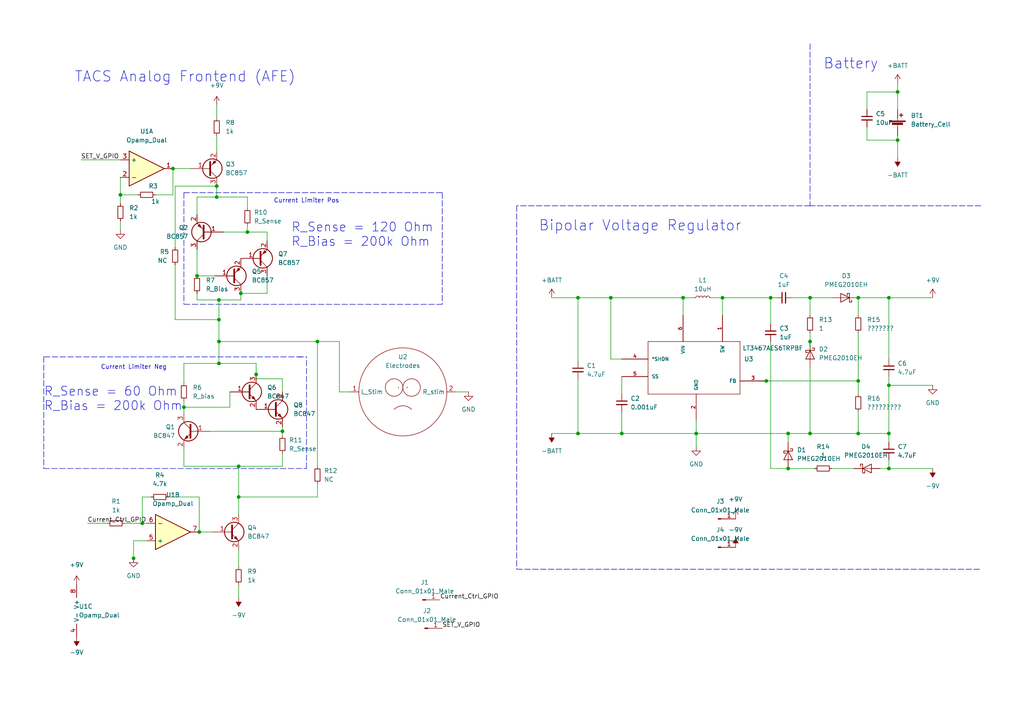
<source format=kicad_sch>
(kicad_sch (version 20211123) (generator eeschema)
  (paper "A4")
  (lib_symbols
    (symbol "Connector:Conn_01x01_Male" (pin_names (offset 1.016) hide)
      (property "Reference" "J" (at 0 2.54 0))
      (property "Value" "Conn_01x01_Male" (at 0 -2.54 0))
      (symbol "Conn_01x01_Male_1_1"
        (polyline (pts (xy 1.27 0) (xy 0.8636 0)) (stroke (width 0.1524)))
        (rectangle (start 0.8636 0.127) (end 0 -0.127) (stroke (width 0.1524)) (fill (type outline)))
        (pin passive line (at 5.08 0 180) (length 3.81) (name "Pin_1") (number "1"))
      )
    )
    (symbol "Device:Battery_Cell" (pin_numbers hide) (pin_names (offset 0) hide)
      (property "Reference" "BT" (at 2.54 2.54 0))
      (property "Value" "Battery_Cell" (at 2.54 0 0))
      (symbol "Battery_Cell_0_1"
        (rectangle (start -2.286 1.778) (end 2.286 1.524) (fill (type outline)))
        (rectangle (start -1.5748 1.1938) (end 1.4732 0.6858) (fill (type outline)))
        (polyline (pts (xy 0 0.762) (xy 0 0)))
        (polyline (pts (xy 0 1.778) (xy 0 2.54)))
        (polyline (pts (xy 0.508 3.429) (xy 1.524 3.429)) (stroke (width 0.254)))
        (polyline (pts (xy 1.016 3.937) (xy 1.016 2.921)) (stroke (width 0.254)))
      )
      (symbol "Battery_Cell_1_1"
        (pin passive line (at 0 5.08 270) (length 2.54) (name "+") (number "1"))
        (pin passive line (at 0 -2.54 90) (length 2.54) (name "-") (number "2"))
      )
    )
    (symbol "Device:C_Small" (pin_numbers hide) (pin_names (offset 0.254) hide)
      (property "Reference" "C" (at 0.254 1.778 0))
      (property "Value" "C_Small" (at 0.254 -2.032 0))
      (symbol "C_Small_0_1"
        (polyline (pts (xy -1.524 -0.508) (xy 1.524 -0.508)) (stroke (width 0.3302)))
        (polyline (pts (xy -1.524 0.508) (xy 1.524 0.508)) (stroke (width 0.3048)))
      )
      (symbol "C_Small_1_1"
        (pin passive line (at 0 2.54 270) (length 2.032) (name "~") (number "1"))
        (pin passive line (at 0 -2.54 90) (length 2.032) (name "~") (number "2"))
      )
    )
    (symbol "Device:L_Small" (pin_numbers hide) (pin_names (offset 0.254) hide)
      (property "Reference" "L" (at 0.762 1.016 0))
      (property "Value" "L_Small" (at 0.762 -1.016 0))
      (symbol "L_Small_0_1"
        (arc (start 0 -2.032) (mid 0.508 -1.524) (end 0 -1.016))
        (arc (start 0 -1.016) (mid 0.508 -0.508) (end 0 0))
        (arc (start 0 0) (mid 0.508 0.508) (end 0 1.016))
        (arc (start 0 1.016) (mid 0.508 1.524) (end 0 2.032))
      )
      (symbol "L_Small_1_1"
        (pin passive line (at 0 2.54 270) (length 0.508) (name "~") (number "1"))
        (pin passive line (at 0 -2.54 90) (length 0.508) (name "~") (number "2"))
      )
    )
    (symbol "Device:Opamp_Dual"
      (property "Reference" "U" (at 0 5.08 0))
      (property "Value" "Opamp_Dual" (at 0 -5.08 0))
      (symbol "Opamp_Dual_1_1"
        (polyline (pts (xy -5.08 5.08) (xy 5.08 0) (xy -5.08 -5.08) (xy -5.08 5.08)) (stroke (width 0.254)) (fill (type background)))
        (pin output line (at 7.62 0 180) (length 2.54) (name "~") (number "1"))
        (pin input line (at -7.62 -2.54 0) (length 2.54) (name "-") (number "2"))
        (pin input line (at -7.62 2.54 0) (length 2.54) (name "+") (number "3"))
      )
      (symbol "Opamp_Dual_2_1"
        (polyline (pts (xy -5.08 5.08) (xy 5.08 0) (xy -5.08 -5.08) (xy -5.08 5.08)) (stroke (width 0.254)) (fill (type background)))
        (pin input line (at -7.62 2.54 0) (length 2.54) (name "+") (number "5"))
        (pin input line (at -7.62 -2.54 0) (length 2.54) (name "-") (number "6"))
        (pin output line (at 7.62 0 180) (length 2.54) (name "~") (number "7"))
      )
      (symbol "Opamp_Dual_3_1"
        (pin power_in line (at -2.54 -7.62 90) (length 3.81) (name "V-") (number "4"))
        (pin power_in line (at -2.54 7.62 270) (length 3.81) (name "V+") (number "8"))
      )
    )
    (symbol "Device:R_Small" (pin_numbers hide) (pin_names (offset 0.254) hide)
      (property "Reference" "R" (at 0.762 0.508 0))
      (property "Value" "R_Small" (at 0.762 -1.016 0))
      (symbol "R_Small_0_1"
        (rectangle (start -0.762 1.778) (end 0.762 -1.778) (stroke (width 0.2032)))
      )
      (symbol "R_Small_1_1"
        (pin passive line (at 0 2.54 270) (length 0.762) (name "~") (number "1"))
        (pin passive line (at 0 -2.54 90) (length 0.762) (name "~") (number "2"))
      )
    )
    (symbol "Diode:PMEG2010EH" (pin_numbers hide) (pin_names hide)
      (property "Reference" "D" (at 0 2.54 0))
      (property "Value" "PMEG2010EH" (at 0 -2.54 0))
      (symbol "PMEG2010EH_0_1"
        (polyline (pts (xy 1.27 0) (xy -1.27 0)))
        (polyline (pts (xy 1.27 1.27) (xy 1.27 -1.27) (xy -1.27 0) (xy 1.27 1.27)) (stroke (width 0.2032)))
        (polyline (pts (xy -1.905 0.635) (xy -1.905 1.27) (xy -1.27 1.27) (xy -1.27 -1.27) (xy -0.635 -1.27) (xy -0.635 -0.635)) (stroke (width 0.2032)))
      )
      (symbol "PMEG2010EH_1_1"
        (pin passive line (at -3.81 0 0) (length 2.54) (name "K") (number "1"))
        (pin passive line (at 3.81 0 180) (length 2.54) (name "A") (number "2"))
      )
    )
    (symbol "LT3467AES6TRPBF:LT3467AES6TRPBF" (pin_names (offset 1.016))
      (property "Reference" "U" (at 25.7556 9.1186 0))
      (property "Value" "LT3467AES6TRPBF" (at 22.86 16.51 0))
      (symbol "LT3467AES6TRPBF_0_0"
        (polyline (pts (xy 7.62 -10.16) (xy 34.29 -10.16)) (stroke (width 0.1524)))
        (polyline (pts (xy 7.62 5.08) (xy 7.62 -10.16)) (stroke (width 0.1524)))
        (polyline (pts (xy 34.29 -10.16) (xy 34.29 5.08)) (stroke (width 0.1524)))
        (polyline (pts (xy 34.29 5.08) (xy 7.62 5.08)) (stroke (width 0.1524)))
        (pin passive line (at 29.21 12.7 270) (length 7.62) (name "SW") (number "1"))
        (pin power_in line (at 21.59 -17.78 90) (length 7.62) (name "GND") (number "2"))
        (pin passive line (at 41.91 -6.35 180) (length 7.62) (name "FB") (number "3"))
        (pin passive line (at 0 0 0) (length 7.62) (name "*SHDN") (number "4"))
        (pin passive line (at 0 -5.08 0) (length 7.62) (name "SS") (number "5"))
        (pin input line (at 17.78 12.7 270) (length 7.62) (name "VIN") (number "6"))
      )
    )
    (symbol "TACS:Electrodes"
      (property "Reference" "U" (at 11.43 8.89 0))
      (property "Value" "Electrodes" (at 1.27 -15.24 0))
      (symbol "Electrodes_0_1"
        (circle (center -2.54 1.27) (radius 2.54))
        (circle (center -1.27 1.27) (radius 0.0001))
        (circle (center 0 0) (radius 12.7633))
        (circle (center 1.27 1.27) (radius 0.0001))
        (arc (start 2.54 -5.08) (mid 0 1.0521) (end -2.54 -5.08))
        (circle (center 2.54 1.27) (radius 2.54))
      )
      (symbol "Electrodes_1_1"
        (pin bidirectional line (at -15.24 0 0) (length 2.54) (name "L_Stim") (number "1"))
        (pin input line (at 15.24 0 180) (length 2.54) (name "R_stim") (number "2"))
      )
    )
    (symbol "Transistor_BJT:BC847" (pin_names (offset 0) hide)
      (property "Reference" "Q" (at 5.08 1.905 0))
      (property "Value" "BC847" (at 5.08 0 0))
      (symbol "BC847_0_1"
        (polyline (pts (xy 0.635 0.635) (xy 2.54 2.54)))
        (polyline (pts (xy 0.635 -0.635) (xy 2.54 -2.54) (xy 2.54 -2.54)))
        (polyline (pts (xy 0.635 1.905) (xy 0.635 -1.905) (xy 0.635 -1.905)) (stroke (width 0.508)))
        (polyline (pts (xy 1.27 -1.778) (xy 1.778 -1.27) (xy 2.286 -2.286) (xy 1.27 -1.778) (xy 1.27 -1.778)) (fill (type outline)))
        (circle (center 1.27 0) (radius 2.8194) (stroke (width 0.254)))
      )
      (symbol "BC847_1_1"
        (pin input line (at -5.08 0 0) (length 5.715) (name "B") (number "1"))
        (pin passive line (at 2.54 -5.08 90) (length 2.54) (name "E") (number "2"))
        (pin passive line (at 2.54 5.08 270) (length 2.54) (name "C") (number "3"))
      )
    )
    (symbol "Transistor_BJT:BC857" (pin_names (offset 0) hide)
      (property "Reference" "Q" (at 5.08 1.905 0))
      (property "Value" "BC857" (at 5.08 0 0))
      (symbol "BC857_0_1"
        (polyline (pts (xy 0.635 0.635) (xy 2.54 2.54)))
        (polyline (pts (xy 0.635 -0.635) (xy 2.54 -2.54) (xy 2.54 -2.54)))
        (polyline (pts (xy 0.635 1.905) (xy 0.635 -1.905) (xy 0.635 -1.905)) (stroke (width 0.508)))
        (polyline (pts (xy 2.286 -1.778) (xy 1.778 -2.286) (xy 1.27 -1.27) (xy 2.286 -1.778) (xy 2.286 -1.778)) (fill (type outline)))
        (circle (center 1.27 0) (radius 2.8194) (stroke (width 0.254)))
      )
      (symbol "BC857_1_1"
        (pin input line (at -5.08 0 0) (length 5.715) (name "B") (number "1"))
        (pin passive line (at 2.54 -5.08 90) (length 2.54) (name "E") (number "2"))
        (pin passive line (at 2.54 5.08 270) (length 2.54) (name "C") (number "3"))
      )
    )
    (symbol "power:+9V" (power) (pin_names (offset 0))
      (property "Value" "+9V" (at 0 3.556 0))
      (symbol "+9V_0_1"
        (polyline (pts (xy -0.762 1.27) (xy 0 2.54)))
        (polyline (pts (xy 0 0) (xy 0 2.54)))
        (polyline (pts (xy 0 2.54) (xy 0.762 1.27)))
      )
      (symbol "+9V_1_1"
        (pin power_in line (at 0 0 90) (length 0) hide (name "+9V") (number "1"))
      )
    )
    (symbol "power:+BATT" (power) (pin_names (offset 0))
      (property "Value" "+BATT" (at 0 3.556 0))
      (symbol "+BATT_0_1"
        (polyline (pts (xy -0.762 1.27) (xy 0 2.54)))
        (polyline (pts (xy 0 0) (xy 0 2.54)))
        (polyline (pts (xy 0 2.54) (xy 0.762 1.27)))
      )
      (symbol "+BATT_1_1"
        (pin power_in line (at 0 0 90) (length 0) hide (name "+BATT") (number "1"))
      )
    )
    (symbol "power:-9V" (power) (pin_names (offset 0))
      (property "Value" "-9V" (at 0 3.81 0))
      (symbol "-9V_0_1"
        (polyline (pts (xy 0 0) (xy 0 2.54)))
        (polyline (pts (xy 0.762 1.27) (xy -0.762 1.27) (xy 0 2.54) (xy 0.762 1.27)) (fill (type outline)))
      )
      (symbol "-9V_1_1"
        (pin power_in line (at 0 0 90) (length 0) hide (name "-9V") (number "1"))
      )
    )
    (symbol "power:-BATT" (power) (pin_names (offset 0))
      (property "Value" "-BATT" (at 0 3.556 0))
      (symbol "-BATT_0_1"
        (polyline (pts (xy 0 0) (xy 0 2.54)))
        (polyline (pts (xy 0.762 1.27) (xy -0.762 1.27) (xy 0 2.54) (xy 0.762 1.27)) (fill (type outline)))
      )
      (symbol "-BATT_1_1"
        (pin power_in line (at 0 0 90) (length 0) hide (name "-BATT") (number "1"))
      )
    )
    (symbol "power:GND" (power) (pin_names (offset 0))
      (property "Value" "GND" (at 0 -3.81 0))
      (symbol "GND_0_1"
        (polyline (pts (xy 0 0) (xy 0 -1.27) (xy 1.27 -1.27) (xy 0 -2.54) (xy -1.27 -1.27) (xy 0 -1.27)))
      )
      (symbol "GND_1_1"
        (pin power_in line (at 0 0 270) (length 0) hide (name "GND") (number "1"))
      )
    )
  )
  (junction (at 69.215 135.255))
  (junction (at 260.35 40.64))
  (junction (at 201.93 125.73))
  (junction (at 63.5 86.995))
  (junction (at 81.915 125.095))
  (junction (at 41.275 151.765))
  (junction (at 38.735 161.925))
  (junction (at 228.6 125.73))
  (junction (at 180.34 125.73))
  (junction (at 257.81 111.76))
  (junction (at 260.35 26.67))
  (junction (at 63.5 105.41))
  (junction (at 234.95 99.06))
  (junction (at 62.865 53.975))
  (junction (at 167.64 125.73))
  (junction (at 62.865 57.15))
  (junction (at 198.12 86.36))
  (junction (at 92.075 99.06))
  (junction (at 34.925 56.515))
  (junction (at 177.165 86.36))
  (junction (at 228.6 135.89))
  (junction (at 209.55 86.36))
  (junction (at 69.85 85.09))
  (junction (at 63.5 99.06))
  (junction (at 248.92 86.36))
  (junction (at 167.64 86.36))
  (junction (at 248.92 110.49))
  (junction (at 223.52 86.36))
  (junction (at 234.95 86.36))
  (junction (at 222.25 110.49))
  (junction (at 71.755 67.31))
  (junction (at 69.215 144.145))
  (junction (at 74.295 108.585))
  (junction (at 63.5 92.71))
  (junction (at 57.785 154.305))
  (junction (at 257.81 125.73))
  (junction (at 53.34 118.11))
  (junction (at 248.92 125.73))
  (junction (at 57.15 80.01))
  (junction (at 50.165 48.895))
  (junction (at 257.81 135.89))
  (junction (at 257.81 86.36))
  (junction (at 234.95 125.73))
  (wire (pts (xy 198.12 86.36) (xy 201.295 86.36)))
  (wire (pts (xy 201.93 121.92) (xy 201.93 125.73)))
  (wire (pts (xy 57.15 57.15) (xy 57.15 62.23)))
  (wire (pts (xy 50.165 48.895) (xy 50.165 56.515)))
  (polyline (pts (xy 128.27 55.88) (xy 128.27 88.265)))
  (wire (pts (xy 69.215 169.545) (xy 69.215 173.355)))
  (wire (pts (xy 248.92 86.36) (xy 257.81 86.36)))
  (wire (pts (xy 69.215 144.145) (xy 92.075 144.145)))
  (wire (pts (xy 71.755 60.325) (xy 71.755 57.15)))
  (wire (pts (xy 38.735 156.845) (xy 38.735 161.925)))
  (wire (pts (xy 25.4 151.765) (xy 31.115 151.765)))
  (wire (pts (xy 74.295 105.41) (xy 74.295 108.585)))
  (wire (pts (xy 167.64 109.855) (xy 167.64 125.73)))
  (wire (pts (xy 92.075 99.06) (xy 92.075 135.255)))
  (wire (pts (xy 50.8 71.755) (xy 50.8 53.975)))
  (wire (pts (xy 71.755 67.31) (xy 77.47 67.31)))
  (wire (pts (xy 234.95 106.68) (xy 234.95 125.73)))
  (wire (pts (xy 40.005 56.515) (xy 34.925 56.515)))
  (wire (pts (xy 57.785 154.305) (xy 61.595 154.305)))
  (wire (pts (xy 241.3 135.89) (xy 247.65 135.89)))
  (wire (pts (xy 260.35 26.67) (xy 260.35 31.75)))
  (wire (pts (xy 69.215 144.145) (xy 69.215 149.225)))
  (wire (pts (xy 234.95 86.36) (xy 241.3 86.36)))
  (wire (pts (xy 206.375 86.36) (xy 209.55 86.36)))
  (wire (pts (xy 209.55 86.36) (xy 223.52 86.36)))
  (wire (pts (xy 69.215 135.255) (xy 69.215 144.145)))
  (wire (pts (xy 198.12 86.36) (xy 177.165 86.36)))
  (wire (pts (xy 81.915 113.665) (xy 81.915 109.855)))
  (wire (pts (xy 223.52 86.36) (xy 224.79 86.36)))
  (wire (pts (xy 57.15 57.15) (xy 62.865 57.15)))
  (wire (pts (xy 53.34 105.41) (xy 63.5 105.41)))
  (wire (pts (xy 69.215 159.385) (xy 69.215 164.465)))
  (wire (pts (xy 228.6 125.73) (xy 234.95 125.73)))
  (wire (pts (xy 77.47 67.31) (xy 77.47 69.85)))
  (wire (pts (xy 223.52 135.89) (xy 228.6 135.89)))
  (wire (pts (xy 38.735 161.925) (xy 38.735 163.195)))
  (wire (pts (xy 180.34 119.38) (xy 180.34 125.73)))
  (wire (pts (xy 248.92 96.52) (xy 248.92 110.49)))
  (wire (pts (xy 57.15 86.995) (xy 63.5 86.995)))
  (wire (pts (xy 63.5 99.06) (xy 63.5 105.41)))
  (wire (pts (xy 50.8 76.835) (xy 50.8 92.71)))
  (wire (pts (xy 201.93 125.73) (xy 201.93 129.54)))
  (polyline (pts (xy 284.48 59.69) (xy 234.95 59.69)))
  (polyline (pts (xy 87.63 103.505) (xy 12.7 103.505)))
  (polyline (pts (xy 12.7 135.89) (xy 88.9 135.89)))
  (polyline (pts (xy 149.86 165.1) (xy 284.48 165.1)))
  (wire (pts (xy 228.6 135.89) (xy 236.22 135.89)))
  (wire (pts (xy 201.93 125.73) (xy 180.34 125.73)))
  (polyline (pts (xy 149.86 59.69) (xy 149.86 165.1)))
  (wire (pts (xy 248.92 86.36) (xy 248.92 91.44)))
  (wire (pts (xy 57.15 72.39) (xy 57.15 80.01)))
  (wire (pts (xy 223.52 99.06) (xy 223.52 135.89)))
  (wire (pts (xy 71.755 65.405) (xy 71.755 67.31)))
  (wire (pts (xy 81.915 109.855) (xy 74.295 109.855)))
  (wire (pts (xy 219.71 110.49) (xy 222.25 110.49)))
  (wire (pts (xy 64.77 67.31) (xy 71.755 67.31)))
  (wire (pts (xy 63.5 86.995) (xy 69.85 86.995)))
  (wire (pts (xy 248.92 119.38) (xy 248.92 125.73)))
  (wire (pts (xy 63.5 92.71) (xy 63.5 99.06)))
  (wire (pts (xy 77.47 85.09) (xy 69.85 85.09)))
  (wire (pts (xy 270.51 111.76) (xy 257.81 111.76)))
  (wire (pts (xy 66.675 118.11) (xy 66.675 113.665)))
  (wire (pts (xy 260.35 26.67) (xy 251.46 26.67)))
  (wire (pts (xy 81.915 135.255) (xy 81.915 131.445)))
  (wire (pts (xy 248.92 125.73) (xy 257.81 125.73)))
  (wire (pts (xy 34.925 56.515) (xy 34.925 59.055)))
  (wire (pts (xy 209.55 86.36) (xy 209.55 91.44)))
  (wire (pts (xy 132.08 113.665) (xy 135.89 113.665)))
  (wire (pts (xy 57.785 144.145) (xy 57.785 154.305)))
  (wire (pts (xy 257.81 135.89) (xy 270.51 135.89)))
  (wire (pts (xy 50.165 56.515) (xy 45.085 56.515)))
  (polyline (pts (xy 53.34 55.88) (xy 53.34 88.265)))
  (wire (pts (xy 229.87 86.36) (xy 234.95 86.36)))
  (wire (pts (xy 62.865 39.37) (xy 62.865 43.815)))
  (wire (pts (xy 63.5 86.995) (xy 63.5 92.71)))
  (wire (pts (xy 222.25 110.49) (xy 248.92 110.49)))
  (wire (pts (xy 81.915 125.095) (xy 60.96 125.095)))
  (wire (pts (xy 69.85 85.09) (xy 69.85 86.995)))
  (polyline (pts (xy 12.7 103.505) (xy 12.7 135.89)))
  (wire (pts (xy 62.865 57.15) (xy 71.755 57.15)))
  (wire (pts (xy 257.81 133.35) (xy 257.81 135.89)))
  (wire (pts (xy 92.075 99.06) (xy 98.425 99.06)))
  (wire (pts (xy 234.95 96.52) (xy 234.95 99.06)))
  (polyline (pts (xy 53.34 55.88) (xy 128.27 55.88)))
  (wire (pts (xy 41.275 144.145) (xy 43.815 144.145)))
  (wire (pts (xy 260.35 24.13) (xy 260.35 26.67)))
  (wire (pts (xy 257.81 125.73) (xy 257.81 128.27)))
  (wire (pts (xy 251.46 40.64) (xy 260.35 40.64)))
  (wire (pts (xy 53.34 116.205) (xy 53.34 118.11)))
  (wire (pts (xy 50.8 92.71) (xy 63.5 92.71)))
  (wire (pts (xy 41.275 151.765) (xy 41.275 144.145)))
  (wire (pts (xy 53.34 118.11) (xy 53.34 120.015)))
  (wire (pts (xy 53.34 111.125) (xy 53.34 105.41)))
  (wire (pts (xy 92.075 140.335) (xy 92.075 144.145)))
  (wire (pts (xy 53.34 130.175) (xy 53.34 135.255)))
  (polyline (pts (xy 234.95 12.7) (xy 234.95 59.69)))
  (wire (pts (xy 160.02 86.36) (xy 167.64 86.36)))
  (wire (pts (xy 42.545 156.845) (xy 38.735 156.845)))
  (wire (pts (xy 260.35 39.37) (xy 260.35 40.64)))
  (wire (pts (xy 81.915 125.095) (xy 81.915 126.365)))
  (wire (pts (xy 201.93 125.73) (xy 228.6 125.73)))
  (wire (pts (xy 198.12 91.44) (xy 198.12 86.36)))
  (wire (pts (xy 74.295 105.41) (xy 63.5 105.41)))
  (wire (pts (xy 77.47 80.01) (xy 77.47 85.09)))
  (wire (pts (xy 251.46 36.83) (xy 251.46 40.64)))
  (wire (pts (xy 180.34 104.14) (xy 177.165 104.14)))
  (wire (pts (xy 234.95 86.36) (xy 234.95 91.44)))
  (wire (pts (xy 177.165 86.36) (xy 167.64 86.36)))
  (wire (pts (xy 98.425 113.665) (xy 101.6 113.665)))
  (wire (pts (xy 180.34 125.73) (xy 167.64 125.73)))
  (wire (pts (xy 74.295 108.585) (xy 74.295 109.855)))
  (polyline (pts (xy 234.95 59.69) (xy 149.86 59.69)))
  (wire (pts (xy 50.165 48.895) (xy 55.245 48.895)))
  (wire (pts (xy 53.34 118.11) (xy 66.675 118.11)))
  (wire (pts (xy 48.895 144.145) (xy 57.785 144.145)))
  (wire (pts (xy 257.81 109.22) (xy 257.81 111.76)))
  (wire (pts (xy 180.34 109.22) (xy 180.34 114.3)))
  (wire (pts (xy 257.81 86.36) (xy 270.51 86.36)))
  (wire (pts (xy 57.15 86.995) (xy 57.15 85.09)))
  (wire (pts (xy 53.34 135.255) (xy 69.215 135.255)))
  (polyline (pts (xy 86.36 103.505) (xy 88.9 103.505)))
  (wire (pts (xy 257.81 111.76) (xy 257.81 125.73)))
  (polyline (pts (xy 128.27 88.265) (xy 53.34 88.265)))
  (wire (pts (xy 228.6 125.73) (xy 228.6 128.27)))
  (wire (pts (xy 160.02 125.73) (xy 167.64 125.73)))
  (wire (pts (xy 260.35 40.64) (xy 260.35 45.72)))
  (wire (pts (xy 248.92 110.49) (xy 248.92 114.3)))
  (wire (pts (xy 34.925 56.515) (xy 34.925 51.435)))
  (wire (pts (xy 257.81 86.36) (xy 257.81 104.14)))
  (wire (pts (xy 41.275 151.765) (xy 42.545 151.765)))
  (wire (pts (xy 167.64 86.36) (xy 167.64 104.775)))
  (wire (pts (xy 255.27 135.89) (xy 257.81 135.89)))
  (wire (pts (xy 98.425 99.06) (xy 98.425 113.665)))
  (wire (pts (xy 81.915 123.825) (xy 81.915 125.095)))
  (wire (pts (xy 63.5 99.06) (xy 92.075 99.06)))
  (wire (pts (xy 223.52 93.98) (xy 223.52 86.36)))
  (wire (pts (xy 69.215 135.255) (xy 81.915 135.255)))
  (wire (pts (xy 62.865 53.975) (xy 62.865 57.15)))
  (wire (pts (xy 57.15 80.01) (xy 62.23 80.01)))
  (wire (pts (xy 23.495 46.355) (xy 34.925 46.355)))
  (wire (pts (xy 50.8 53.975) (xy 62.865 53.975)))
  (wire (pts (xy 234.95 99.06) (xy 234.95 101.6)))
  (wire (pts (xy 36.195 151.765) (xy 41.275 151.765)))
  (wire (pts (xy 62.865 30.48) (xy 62.865 34.29)))
  (polyline (pts (xy 88.9 135.89) (xy 88.9 103.505)))
  (wire (pts (xy 248.92 125.73) (xy 234.95 125.73)))
  (wire (pts (xy 34.925 64.135) (xy 34.925 66.675)))
  (wire (pts (xy 177.165 104.14) (xy 177.165 86.36)))
  (wire (pts (xy 251.46 26.67) (xy 251.46 31.75)))
  (text "TACS Analog Frontend (AFE)" (at 21.59 24.13 0) (effects (font (size 3 3)) (justify left bottom)))
  (text "Current Limiter Neg\n" (at 29.21 107.315 0) (effects (font (size 1.27 1.27)) (justify left bottom)))
  (text "R_Sense = 60 Ohm\nR_Bias = 200k Ohm\n" (at 12.7 119.38 0) (effects (font (size 2.6 2.6)) (justify left bottom)))
  (text "Battery" (at 238.76 20.32 0) (effects (font (size 3 3)) (justify left bottom)))
  (text "Bipolar Voltage Regulator" (at 156.21 67.31 0) (effects (font (size 3 3)) (justify left bottom)))
  (text "Current Limiter Pos\n" (at 79.375 59.055 0) (effects (font (size 1.27 1.27)) (justify left bottom)))
  (text "R_Sense = 120 Ohm\nR_Bias = 200k Ohm\n" (at 84.455 71.755 0) (effects (font (size 2.6 2.6)) (justify left bottom)))
  (label "Current_Ctrl_GPIO" (at 127.635 173.99 0))
  (label "Current_Ctrl_GPIO" (at 25.4 151.765 0))
  (label "SET_V_GPIO" (at 128.27 182.245 0))
  (label "SET_V_GPIO" (at 23.495 46.355 0))
  (symbol (lib_id "Connector:Conn_01x01_Male") (at 208.28 150.495 0) (unit 1)
    (property "Reference" "J3" (at 208.915 145.415 0))
    (property "Value" "Conn_01x01_Male" (at 208.915 147.955 0))
    (property "Footprint" "TestPoint:TestPoint_Pad_D2.0mm" (effects hide))
  )
  (symbol (lib_id "Transistor_BJT:BC857") (at 74.93 74.93 0) (mirror x) (unit 1)
    (property "Reference" "Q7" (at 80.645 73.6599 0) (effects (justify left)))
    (property "Value" "BC857" (at 80.645 76.1999 0) (effects (justify left)))
    (property "Footprint" "Package_TO_SOT_SMD:SOT-23" (effects hide))
    (property "Datasheet" "https://www.onsemi.com/pub/Collateral/BC860-D.pdf" (effects hide))
  )
  (symbol (lib_id "LT3467AES6TRPBF:LT3467AES6TRPBF") (at 180.34 104.14 0) (unit 1)
    (property "Reference" "U3" (at 217.17 104.14 0))
    (property "Value" "LT3467AES6TRPBF" (at 224.155 100.965 0))
    (property "Footprint" "Package_TO_SOT_SMD:SOT-23-6" (effects hide))
    (property "VENDOR" "Linear Technology" (effects hide))
    (property "MANUFACTURER_PART_NUMBER" "lt3467aes6#trpbf" (effects hide))
  )
  (symbol (lib_id "Diode:PMEG2010EH") (at 245.11 86.36 180) (unit 1)
    (property "Reference" "D3" (at 245.4275 80.01 0))
    (property "Value" "PMEG2010EH" (at 245.4275 82.55 0))
    (property "Footprint" "Diode_SMD:D_SOD-123F" (effects hide))
    (property "Datasheet" "https://assets.nexperia.com/documents/data-sheet/PMEG2010EH_EJ_ET.pdf" (effects hide))
  )
  (symbol (lib_id "power:+9V") (at 270.51 86.36 0) (unit 1)
    (property "Reference" "#PWR0107" (effects hide))
    (property "Value" "+9V" (at 270.51 81.28 0))
  )
  (symbol (lib_id "Device:R_Small") (at 50.8 74.295 0) (unit 1)
    (property "Reference" "R5" (at 46.355 73.025 0) (effects (justify left)))
    (property "Value" "NC" (at 45.72 75.565 0) (effects (justify left)))
    (property "Footprint" "Resistor_SMD:R_0805_2012Metric" (effects hide))
  )
  (symbol (lib_id "Device:R_Small") (at 69.215 167.005 0) (unit 1)
    (property "Reference" "R9" (at 71.755 165.7349 0) (effects (justify left)))
    (property "Value" "1k" (at 71.755 168.2749 0) (effects (justify left)))
    (property "Footprint" "Resistor_SMD:R_0402_1005Metric" (effects hide))
  )
  (symbol (lib_id "Transistor_BJT:BC847") (at 79.375 118.745 0) (unit 1)
    (property "Reference" "Q8" (at 85.09 117.4749 0) (effects (justify left)))
    (property "Value" "BC847" (at 85.09 120.0149 0) (effects (justify left)))
    (property "Footprint" "Package_TO_SOT_SMD:SOT-23" (effects hide))
    (property "Datasheet" "http://www.infineon.com/dgdl/Infineon-BC847SERIES_BC848SERIES_BC849SERIES_BC850SERIES-DS-v01_01-en.pdf?fileId=db3a304314dca389011541d4630a1657" (effects hide))
  )
  (symbol (lib_id "power:-9V") (at 213.36 158.75 0) (unit 1)
    (property "Reference" "#PWR04" (effects hide))
    (property "Value" "-9V" (at 213.36 153.67 0))
  )
  (symbol (lib_id "Transistor_BJT:BC857") (at 67.31 80.01 0) (mirror x) (unit 1)
    (property "Reference" "Q5" (at 73.025 78.7399 0) (effects (justify left)))
    (property "Value" "BC857" (at 73.025 81.2799 0) (effects (justify left)))
    (property "Footprint" "Package_TO_SOT_SMD:SOT-23" (effects hide))
    (property "Datasheet" "https://www.onsemi.com/pub/Collateral/BC860-D.pdf" (effects hide))
  )
  (symbol (lib_id "Device:R_Small") (at 92.075 137.795 0) (unit 1)
    (property "Reference" "R12" (at 93.98 136.5249 0) (effects (justify left)))
    (property "Value" "NC" (at 93.98 139.0649 0) (effects (justify left)))
    (property "Footprint" "Resistor_SMD:R_0805_2012Metric" (effects hide))
  )
  (symbol (lib_id "power:-9V") (at 270.51 135.89 180) (unit 1)
    (property "Reference" "#PWR0101" (effects hide))
    (property "Value" "-9V" (at 270.51 140.97 0))
  )
  (symbol (lib_id "power:+9V") (at 22.225 169.545 0) (unit 1)
    (property "Reference" "#PWR01" (effects hide))
    (property "Value" "+9V" (at 22.225 163.83 0))
  )
  (symbol (lib_id "TACS:Electrodes") (at 116.84 113.665 0) (unit 1)
    (property "Reference" "U2" (at 116.84 103.505 0))
    (property "Value" "Electrodes" (at 116.84 106.045 0))
    (property "Footprint" "TACS:Electrode_Solder_Pads" (effects hide))
  )
  (symbol (lib_id "power:GND") (at 201.93 129.54 0) (unit 1)
    (property "Reference" "#PWR0102" (effects hide))
    (property "Value" "GND" (at 201.93 134.62 0))
  )
  (symbol (lib_id "Transistor_BJT:BC857") (at 60.325 48.895 0) (mirror x) (unit 1)
    (property "Reference" "Q3" (at 65.405 47.6249 0) (effects (justify left)))
    (property "Value" "BC857" (at 65.405 50.1649 0) (effects (justify left)))
    (property "Footprint" "Package_TO_SOT_SMD:SOT-23" (effects hide))
    (property "Datasheet" "https://www.onsemi.com/pub/Collateral/BC860-D.pdf" (effects hide))
  )
  (symbol (lib_id "Device:C_Small") (at 251.46 34.29 0) (unit 1)
    (property "Reference" "C5" (at 254 33.0262 0) (effects (justify left)))
    (property "Value" "10uF" (at 254 35.5662 0) (effects (justify left)))
    (property "Footprint" "Capacitor_SMD:C_0603_1608Metric" (effects hide))
  )
  (symbol (lib_id "Device:Battery_Cell") (at 260.35 36.83 0) (unit 1)
    (property "Reference" "BT1" (at 264.16 33.5279 0) (effects (justify left)))
    (property "Value" "Battery_Cell" (at 264.16 36.0679 0) (effects (justify left)))
    (property "Footprint" "OpenSourceSmartGlasses:BatterySolderOn" (effects hide))
  )
  (symbol (lib_id "power:GND") (at 34.925 66.675 0) (unit 1)
    (property "Reference" "#PWR0109" (effects hide))
    (property "Value" "GND" (at 34.925 71.755 0))
  )
  (symbol (lib_id "Device:R_Small") (at 248.92 93.98 0) (unit 1)
    (property "Reference" "R15" (at 251.46 92.7099 0) (effects (justify left)))
    (property "Value" "???????" (at 251.46 95.2499 0) (effects (justify left)))
    (property "Footprint" "Resistor_SMD:R_0201_0603Metric_Pad0.64x0.40mm_HandSolder" (effects hide))
  )
  (symbol (lib_id "Transistor_BJT:BC847") (at 55.88 125.095 0) (mirror y) (unit 1)
    (property "Reference" "Q1" (at 50.8 123.8249 0) (effects (justify left)))
    (property "Value" "BC847" (at 50.8 126.3649 0) (effects (justify left)))
    (property "Footprint" "Package_TO_SOT_SMD:SOT-23" (effects hide))
    (property "Datasheet" "http://www.infineon.com/dgdl/Infineon-BC847SERIES_BC848SERIES_BC849SERIES_BC850SERIES-DS-v01_01-en.pdf?fileId=db3a304314dca389011541d4630a1657" (effects hide))
  )
  (symbol (lib_id "Device:R_Small") (at 57.15 82.55 0) (unit 1)
    (property "Reference" "R7" (at 59.69 81.2799 0) (effects (justify left)))
    (property "Value" "R_Bias" (at 59.69 83.8199 0) (effects (justify left)))
    (property "Footprint" "Resistor_SMD:R_0402_1005Metric" (effects hide))
  )
  (symbol (lib_id "Connector:Conn_01x01_Male") (at 208.28 158.75 0) (unit 1)
    (property "Reference" "J4" (at 208.915 153.67 0))
    (property "Value" "Conn_01x01_Male" (at 208.915 156.21 0))
    (property "Footprint" "TestPoint:TestPoint_Pad_D2.0mm" (effects hide))
  )
  (symbol (lib_id "power:+9V") (at 213.36 150.495 0) (unit 1)
    (property "Reference" "#PWR03" (effects hide))
    (property "Value" "+9V" (at 213.36 144.78 0))
  )
  (symbol (lib_id "Connector:Conn_01x01_Male") (at 123.19 182.245 0) (unit 1)
    (property "Reference" "J2" (at 123.825 177.165 0))
    (property "Value" "Conn_01x01_Male" (at 123.825 179.705 0))
    (property "Footprint" "TestPoint:TestPoint_Pad_D2.0mm" (effects hide))
  )
  (symbol (lib_id "power:+9V") (at 62.865 30.48 0) (unit 1)
    (property "Reference" "#PWR0108" (effects hide))
    (property "Value" "+9V" (at 62.865 24.765 0))
  )
  (symbol (lib_id "Device:R_Small") (at 81.915 128.905 0) (unit 1)
    (property "Reference" "R11" (at 83.82 127.6349 0) (effects (justify left)))
    (property "Value" "R_Sense" (at 83.82 130.1749 0) (effects (justify left)))
    (property "Footprint" "Resistor_SMD:R_0402_1005Metric" (effects hide))
  )
  (symbol (lib_id "Device:C_Small") (at 167.64 107.315 0) (unit 1)
    (property "Reference" "C1" (at 170.18 106.0512 0) (effects (justify left)))
    (property "Value" "4.7uF" (at 170.18 108.5912 0) (effects (justify left)))
    (property "Footprint" "Capacitor_SMD:C_0402_1005Metric" (effects hide))
  )
  (symbol (lib_id "Diode:PMEG2010EH") (at 228.6 132.08 270) (unit 1)
    (property "Reference" "D1" (at 231.14 130.4924 90) (effects (justify left)))
    (property "Value" "PMEG2010EH" (at 231.14 133.0324 90) (effects (justify left)))
    (property "Footprint" "Diode_SMD:D_SOD-123F" (effects hide))
    (property "Datasheet" "https://assets.nexperia.com/documents/data-sheet/PMEG2010EH_EJ_ET.pdf" (effects hide))
  )
  (symbol (lib_id "Device:R_Small") (at 42.545 56.515 90) (unit 1)
    (property "Reference" "R3" (at 44.45 53.975 90))
    (property "Value" "1k" (at 45.085 58.42 90))
    (property "Footprint" "Resistor_SMD:R_0402_1005Metric" (effects hide))
  )
  (symbol (lib_id "Device:R_Small") (at 238.76 135.89 270) (unit 1)
    (property "Reference" "R14" (at 238.76 129.54 90))
    (property "Value" "1" (at 238.76 132.08 90))
    (property "Footprint" "Resistor_SMD:R_0402_1005Metric" (effects hide))
  )
  (symbol (lib_id "Device:C_Small") (at 257.81 130.81 0) (unit 1)
    (property "Reference" "C7" (at 260.35 129.5462 0) (effects (justify left)))
    (property "Value" "4.7uF" (at 260.35 132.0862 0) (effects (justify left)))
    (property "Footprint" "Capacitor_SMD:C_0402_1005Metric" (effects hide))
  )
  (symbol (lib_id "Device:R_Small") (at 62.865 36.83 0) (unit 1)
    (property "Reference" "R8" (at 65.405 35.5599 0) (effects (justify left)))
    (property "Value" "1k" (at 65.405 38.0999 0) (effects (justify left)))
    (property "Footprint" "Resistor_SMD:R_0402_1005Metric" (effects hide))
  )
  (symbol (lib_id "power:+BATT") (at 260.35 24.13 0) (unit 1)
    (property "Reference" "#PWR0106" (effects hide))
    (property "Value" "+BATT" (at 260.35 19.05 0))
  )
  (symbol (lib_id "Device:R_Small") (at 34.925 61.595 0) (unit 1)
    (property "Reference" "R2" (at 37.465 60.3249 0) (effects (justify left)))
    (property "Value" "1k" (at 37.465 62.8649 0) (effects (justify left)))
    (property "Footprint" "Resistor_SMD:R_0402_1005Metric" (effects hide))
  )
  (symbol (lib_id "Device:C_Small") (at 257.81 106.68 0) (unit 1)
    (property "Reference" "C6" (at 260.35 105.4162 0) (effects (justify left)))
    (property "Value" "4.7uF" (at 260.35 107.9562 0) (effects (justify left)))
    (property "Footprint" "Capacitor_SMD:C_0402_1005Metric" (effects hide))
  )
  (symbol (lib_id "power:+BATT") (at 160.02 86.36 0) (unit 1)
    (property "Reference" "#PWR0104" (effects hide))
    (property "Value" "+BATT" (at 160.02 81.28 0))
  )
  (symbol (lib_id "power:GND") (at 135.89 113.665 0) (unit 1)
    (property "Reference" "#PWR0112" (effects hide))
    (property "Value" "GND" (at 135.89 118.745 0))
  )
  (symbol (lib_id "Device:R_Small") (at 248.92 116.84 180) (unit 1)
    (property "Reference" "R16" (at 251.46 115.5699 0) (effects (justify right)))
    (property "Value" "?????????" (at 251.46 118.1099 0) (effects (justify right)))
    (property "Footprint" "Resistor_SMD:R_0201_0603Metric_Pad0.64x0.40mm_HandSolder" (effects hide))
  )
  (symbol (lib_id "power:-BATT") (at 260.35 45.72 180) (unit 1)
    (property "Reference" "#PWR0105" (effects hide))
    (property "Value" "-BATT" (at 260.35 50.8 0))
  )
  (symbol (lib_id "Transistor_BJT:BC847") (at 71.755 113.665 0) (unit 1)
    (property "Reference" "Q6" (at 77.47 112.3949 0) (effects (justify left)))
    (property "Value" "BC847" (at 77.47 114.9349 0) (effects (justify left)))
    (property "Footprint" "Package_TO_SOT_SMD:SOT-23" (effects hide))
    (property "Datasheet" "http://www.infineon.com/dgdl/Infineon-BC847SERIES_BC848SERIES_BC849SERIES_BC850SERIES-DS-v01_01-en.pdf?fileId=db3a304314dca389011541d4630a1657" (effects hide))
  )
  (symbol (lib_id "Transistor_BJT:BC847") (at 66.675 154.305 0) (unit 1)
    (property "Reference" "Q4" (at 71.755 153.0349 0) (effects (justify left)))
    (property "Value" "BC847" (at 71.755 155.5749 0) (effects (justify left)))
    (property "Footprint" "Package_TO_SOT_SMD:SOT-23" (effects hide))
    (property "Datasheet" "http://www.infineon.com/dgdl/Infineon-BC847SERIES_BC848SERIES_BC849SERIES_BC850SERIES-DS-v01_01-en.pdf?fileId=db3a304314dca389011541d4630a1657" (effects hide))
  )
  (symbol (lib_id "power:-9V") (at 69.215 173.355 180) (unit 1)
    (property "Reference" "#PWR0110" (effects hide))
    (property "Value" "-9V" (at 69.215 178.435 0))
  )
  (symbol (lib_id "Device:Opamp_Dual") (at 24.765 177.165 0) (unit 3)
    (property "Reference" "U1" (at 22.86 175.8949 0) (effects (justify left)))
    (property "Value" "Opamp_Dual" (at 22.86 178.4349 0) (effects (justify left)))
    (property "Footprint" "Package_SO:TSSOP-8_4.4x3mm_P0.65mm" (effects hide))
  )
  (symbol (lib_id "Device:Opamp_Dual") (at 42.545 48.895 0) (unit 1)
    (property "Reference" "U1" (at 42.545 38.1 0))
    (property "Value" "Opamp_Dual" (at 42.545 40.64 0))
    (property "Footprint" "Package_SO:TSSOP-8_4.4x3mm_P0.65mm" (effects hide))
  )
  (symbol (lib_id "Diode:PMEG2010EH") (at 251.46 135.89 0) (unit 1)
    (property "Reference" "D4" (at 251.1425 129.54 0))
    (property "Value" "PMEG2010EH" (at 251.1425 132.08 0))
    (property "Footprint" "Diode_SMD:D_SOD-123F" (effects hide))
    (property "Datasheet" "https://assets.nexperia.com/documents/data-sheet/PMEG2010EH_EJ_ET.pdf" (effects hide))
  )
  (symbol (lib_id "power:-BATT") (at 160.02 125.73 180) (unit 1)
    (property "Reference" "#PWR0103" (effects hide))
    (property "Value" "-BATT" (at 160.02 130.81 0))
  )
  (symbol (lib_id "Device:C_Small") (at 223.52 96.52 0) (unit 1)
    (property "Reference" "C3" (at 226.06 95.2562 0) (effects (justify left)))
    (property "Value" "1uF" (at 226.06 97.7962 0) (effects (justify left)))
    (property "Footprint" "Capacitor_SMD:C_0402_1005Metric" (effects hide))
  )
  (symbol (lib_id "Device:R_Small") (at 33.655 151.765 90) (unit 1)
    (property "Reference" "R1" (at 33.655 145.415 90))
    (property "Value" "1k" (at 33.655 147.955 90))
    (property "Footprint" "Resistor_SMD:R_0402_1005Metric" (effects hide))
  )
  (symbol (lib_id "Transistor_BJT:BC857") (at 59.69 67.31 180) (unit 1)
    (property "Reference" "Q2" (at 54.61 66.0399 0) (effects (justify left)))
    (property "Value" "BC857" (at 54.61 68.5799 0) (effects (justify left)))
    (property "Footprint" "Package_TO_SOT_SMD:SOT-23" (effects hide))
    (property "Datasheet" "https://www.onsemi.com/pub/Collateral/BC860-D.pdf" (effects hide))
  )
  (symbol (lib_id "power:-9V") (at 22.225 184.785 180) (unit 1)
    (property "Reference" "#PWR02" (effects hide))
    (property "Value" "-9V" (at 22.225 189.23 0))
  )
  (symbol (lib_id "power:GND") (at 38.735 161.925 0) (unit 1)
    (property "Reference" "#PWR0111" (effects hide))
    (property "Value" "GND" (at 38.735 167.005 0))
  )
  (symbol (lib_id "Device:R_Small") (at 234.95 93.98 0) (unit 1)
    (property "Reference" "R13" (at 237.49 92.7099 0) (effects (justify left)))
    (property "Value" "1" (at 237.49 95.2499 0) (effects (justify left)))
    (property "Footprint" "Resistor_SMD:R_0402_1005Metric" (effects hide))
  )
  (symbol (lib_id "power:GND") (at 270.51 111.76 0) (unit 1)
    (property "Reference" "#PWR05" (effects hide))
    (property "Value" "GND" (at 270.51 116.84 0))
  )
  (symbol (lib_id "Device:L_Small") (at 203.835 86.36 90) (unit 1)
    (property "Reference" "L1" (at 203.835 81.28 90))
    (property "Value" "10uH" (at 203.835 83.82 90))
    (property "Footprint" "Inductor_SMD:L_0805_2012Metric" (effects hide))
  )
  (symbol (lib_id "Device:Opamp_Dual") (at 50.165 154.305 0) (mirror x) (unit 2)
    (property "Reference" "U1" (at 50.165 143.51 0))
    (property "Value" "Opamp_Dual" (at 50.165 146.05 0))
    (property "Footprint" "Package_SO:TSSOP-8_4.4x3mm_P0.65mm" (effects hide))
  )
  (symbol (lib_id "Device:R_Small") (at 53.34 113.665 0) (unit 1)
    (property "Reference" "R6" (at 55.88 112.3949 0) (effects (justify left)))
    (property "Value" "R_bias" (at 55.88 114.9349 0) (effects (justify left)))
    (property "Footprint" "Resistor_SMD:R_0402_1005Metric" (effects hide))
  )
  (symbol (lib_id "Device:C_Small") (at 227.33 86.36 90) (unit 1)
    (property "Reference" "C4" (at 227.3363 80.01 90))
    (property "Value" "1uF" (at 227.3363 82.55 90))
    (property "Footprint" "Capacitor_SMD:C_0402_1005Metric" (effects hide))
  )
  (symbol (lib_id "Diode:PMEG2010EH") (at 234.95 102.87 270) (unit 1)
    (property "Reference" "D2" (at 237.49 101.2824 90) (effects (justify left)))
    (property "Value" "PMEG2010EH" (at 237.49 103.8224 90) (effects (justify left)))
    (property "Footprint" "Diode_SMD:D_SOD-123F" (effects hide))
    (property "Datasheet" "https://assets.nexperia.com/documents/data-sheet/PMEG2010EH_EJ_ET.pdf" (effects hide))
  )
  (symbol (lib_id "Device:R_Small") (at 46.355 144.145 90) (unit 1)
    (property "Reference" "R4" (at 46.355 137.795 90))
    (property "Value" "4.7k" (at 46.355 140.335 90))
    (property "Footprint" "Resistor_SMD:R_0402_1005Metric" (effects hide))
  )
  (symbol (lib_id "Connector:Conn_01x01_Male") (at 122.555 173.99 0) (unit 1)
    (property "Reference" "J1" (at 123.19 168.91 0))
    (property "Value" "Conn_01x01_Male" (at 123.19 171.45 0))
    (property "Footprint" "TestPoint:TestPoint_Pad_D2.0mm" (effects hide))
  )
  (symbol (lib_id "Device:C_Small") (at 180.34 116.84 0) (unit 1)
    (property "Reference" "C2" (at 182.88 115.5762 0) (effects (justify left)))
    (property "Value" "0.001uF" (at 182.88 118.1162 0) (effects (justify left)))
    (property "Footprint" "Capacitor_SMD:C_0402_1005Metric" (effects hide))
  )
  (symbol (lib_id "Device:R_Small") (at 71.755 62.865 0) (unit 1)
    (property "Reference" "R10" (at 73.66 61.5949 0) (effects (justify left)))
    (property "Value" "R_Sense" (at 73.66 64.1349 0) (effects (justify left)))
    (property "Footprint" "Resistor_SMD:R_0402_1005Metric" (effects hide))
  )
)
</source>
